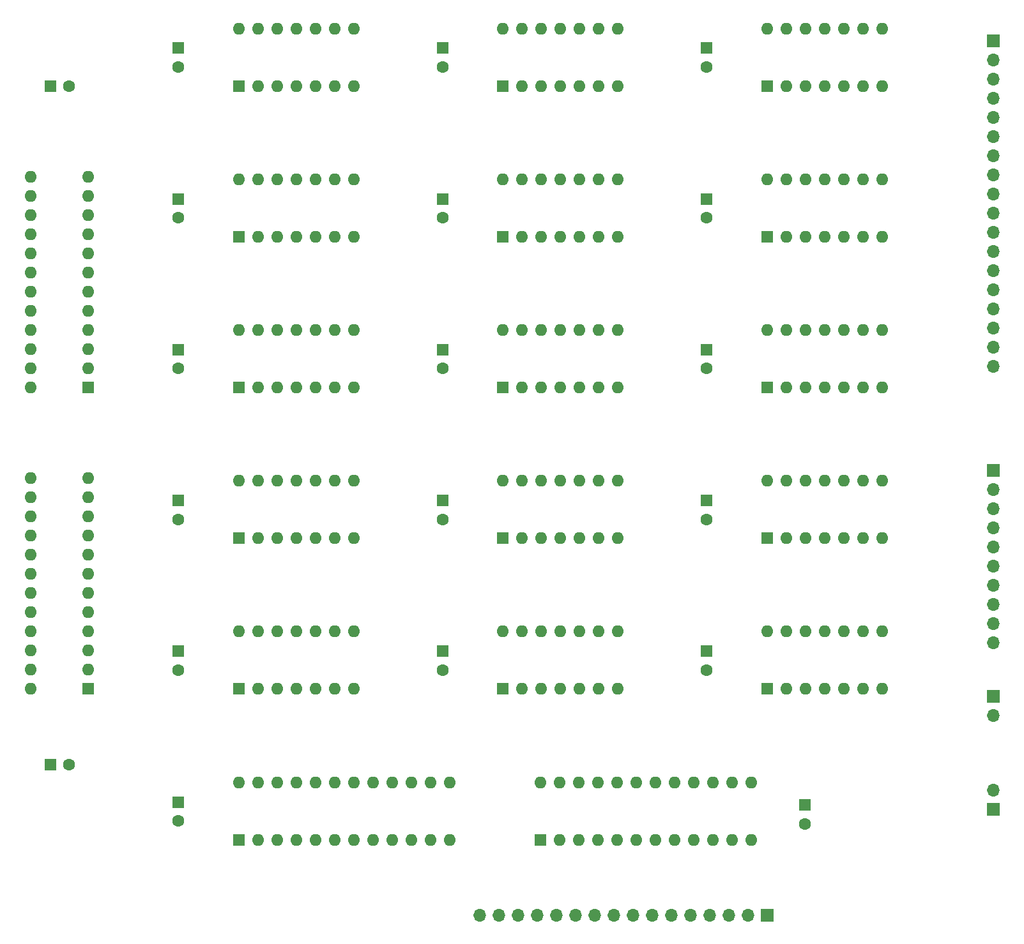
<source format=gbr>
G04 #@! TF.GenerationSoftware,KiCad,Pcbnew,8.0.8*
G04 #@! TF.CreationDate,2025-03-04T12:46:17-07:00*
G04 #@! TF.ProjectId,Decoder,4465636f-6465-4722-9e6b-696361645f70,0*
G04 #@! TF.SameCoordinates,Original*
G04 #@! TF.FileFunction,Soldermask,Bot*
G04 #@! TF.FilePolarity,Negative*
%FSLAX46Y46*%
G04 Gerber Fmt 4.6, Leading zero omitted, Abs format (unit mm)*
G04 Created by KiCad (PCBNEW 8.0.8) date 2025-03-04 12:46:17*
%MOMM*%
%LPD*%
G01*
G04 APERTURE LIST*
%ADD10R,1.600000X1.600000*%
%ADD11C,1.600000*%
%ADD12O,1.600000X1.600000*%
%ADD13R,1.700000X1.700000*%
%ADD14O,1.700000X1.700000*%
G04 APERTURE END LIST*
D10*
X57040000Y-45455000D03*
D11*
X57040000Y-47955000D03*
D10*
X135040000Y-130455000D03*
D12*
X137580000Y-130455000D03*
X140120000Y-130455000D03*
X142660000Y-130455000D03*
X145200000Y-130455000D03*
X147740000Y-130455000D03*
X150280000Y-130455000D03*
X150280000Y-122835000D03*
X147740000Y-122835000D03*
X145200000Y-122835000D03*
X142660000Y-122835000D03*
X140120000Y-122835000D03*
X137580000Y-122835000D03*
X135040000Y-122835000D03*
D10*
X135040000Y-70455000D03*
D12*
X137580000Y-70455000D03*
X140120000Y-70455000D03*
X142660000Y-70455000D03*
X145200000Y-70455000D03*
X147740000Y-70455000D03*
X150280000Y-70455000D03*
X150280000Y-62835000D03*
X147740000Y-62835000D03*
X145200000Y-62835000D03*
X142660000Y-62835000D03*
X140120000Y-62835000D03*
X137580000Y-62835000D03*
X135040000Y-62835000D03*
D10*
X40040000Y-140455000D03*
D11*
X42540000Y-140455000D03*
D10*
X57040000Y-105455000D03*
D11*
X57040000Y-107955000D03*
D10*
X65040000Y-130455000D03*
D12*
X67580000Y-130455000D03*
X70120000Y-130455000D03*
X72660000Y-130455000D03*
X75200000Y-130455000D03*
X77740000Y-130455000D03*
X80280000Y-130455000D03*
X80280000Y-122835000D03*
X77740000Y-122835000D03*
X75200000Y-122835000D03*
X72660000Y-122835000D03*
X70120000Y-122835000D03*
X67580000Y-122835000D03*
X65040000Y-122835000D03*
D13*
X165040000Y-146455000D03*
D14*
X165040000Y-143915000D03*
D10*
X92040000Y-125455000D03*
D11*
X92040000Y-127955000D03*
D10*
X57040000Y-85455000D03*
D11*
X57040000Y-87955000D03*
D10*
X135040000Y-110455000D03*
D12*
X137580000Y-110455000D03*
X140120000Y-110455000D03*
X142660000Y-110455000D03*
X145200000Y-110455000D03*
X147740000Y-110455000D03*
X150280000Y-110455000D03*
X150280000Y-102835000D03*
X147740000Y-102835000D03*
X145200000Y-102835000D03*
X142660000Y-102835000D03*
X140120000Y-102835000D03*
X137580000Y-102835000D03*
X135040000Y-102835000D03*
D10*
X105040000Y-150455000D03*
D12*
X107580000Y-150455000D03*
X110120000Y-150455000D03*
X112660000Y-150455000D03*
X115200000Y-150455000D03*
X117740000Y-150455000D03*
X120280000Y-150455000D03*
X122820000Y-150455000D03*
X125360000Y-150455000D03*
X127900000Y-150455000D03*
X130440000Y-150455000D03*
X132980000Y-150455000D03*
X132980000Y-142835000D03*
X130440000Y-142835000D03*
X127900000Y-142835000D03*
X125360000Y-142835000D03*
X122820000Y-142835000D03*
X120280000Y-142835000D03*
X117740000Y-142835000D03*
X115200000Y-142835000D03*
X112660000Y-142835000D03*
X110120000Y-142835000D03*
X107580000Y-142835000D03*
X105040000Y-142835000D03*
D10*
X100040000Y-90455000D03*
D12*
X102580000Y-90455000D03*
X105120000Y-90455000D03*
X107660000Y-90455000D03*
X110200000Y-90455000D03*
X112740000Y-90455000D03*
X115280000Y-90455000D03*
X115280000Y-82835000D03*
X112740000Y-82835000D03*
X110200000Y-82835000D03*
X107660000Y-82835000D03*
X105120000Y-82835000D03*
X102580000Y-82835000D03*
X100040000Y-82835000D03*
D10*
X65040000Y-110455000D03*
D12*
X67580000Y-110455000D03*
X70120000Y-110455000D03*
X72660000Y-110455000D03*
X75200000Y-110455000D03*
X77740000Y-110455000D03*
X80280000Y-110455000D03*
X80280000Y-102835000D03*
X77740000Y-102835000D03*
X75200000Y-102835000D03*
X72660000Y-102835000D03*
X70120000Y-102835000D03*
X67580000Y-102835000D03*
X65040000Y-102835000D03*
D10*
X127040000Y-125455000D03*
D11*
X127040000Y-127955000D03*
D10*
X65040000Y-70455000D03*
D12*
X67580000Y-70455000D03*
X70120000Y-70455000D03*
X72660000Y-70455000D03*
X75200000Y-70455000D03*
X77740000Y-70455000D03*
X80280000Y-70455000D03*
X80280000Y-62835000D03*
X77740000Y-62835000D03*
X75200000Y-62835000D03*
X72660000Y-62835000D03*
X70120000Y-62835000D03*
X67580000Y-62835000D03*
X65040000Y-62835000D03*
D10*
X127040000Y-85455000D03*
D11*
X127040000Y-87955000D03*
D10*
X127040000Y-105455000D03*
D11*
X127040000Y-107955000D03*
D10*
X100040000Y-70455000D03*
D12*
X102580000Y-70455000D03*
X105120000Y-70455000D03*
X107660000Y-70455000D03*
X110200000Y-70455000D03*
X112740000Y-70455000D03*
X115280000Y-70455000D03*
X115280000Y-62835000D03*
X112740000Y-62835000D03*
X110200000Y-62835000D03*
X107660000Y-62835000D03*
X105120000Y-62835000D03*
X102580000Y-62835000D03*
X100040000Y-62835000D03*
D10*
X57040000Y-145455000D03*
D11*
X57040000Y-147955000D03*
D10*
X92040000Y-65455000D03*
D11*
X92040000Y-67955000D03*
D10*
X92040000Y-85455000D03*
D11*
X92040000Y-87955000D03*
D10*
X57040000Y-65455000D03*
D11*
X57040000Y-67955000D03*
D10*
X100040000Y-130455000D03*
D12*
X102580000Y-130455000D03*
X105120000Y-130455000D03*
X107660000Y-130455000D03*
X110200000Y-130455000D03*
X112740000Y-130455000D03*
X115280000Y-130455000D03*
X115280000Y-122835000D03*
X112740000Y-122835000D03*
X110200000Y-122835000D03*
X107660000Y-122835000D03*
X105120000Y-122835000D03*
X102580000Y-122835000D03*
X100040000Y-122835000D03*
D10*
X135040000Y-90455000D03*
D12*
X137580000Y-90455000D03*
X140120000Y-90455000D03*
X142660000Y-90455000D03*
X145200000Y-90455000D03*
X147740000Y-90455000D03*
X150280000Y-90455000D03*
X150280000Y-82835000D03*
X147740000Y-82835000D03*
X145200000Y-82835000D03*
X142660000Y-82835000D03*
X140120000Y-82835000D03*
X137580000Y-82835000D03*
X135040000Y-82835000D03*
D13*
X135040000Y-160455000D03*
D14*
X132500000Y-160455000D03*
X129960000Y-160455000D03*
X127420000Y-160455000D03*
X124880000Y-160455000D03*
X122340000Y-160455000D03*
X119800000Y-160455000D03*
X117260000Y-160455000D03*
X114720000Y-160455000D03*
X112180000Y-160455000D03*
X109640000Y-160455000D03*
X107100000Y-160455000D03*
X104560000Y-160455000D03*
X102020000Y-160455000D03*
X99480000Y-160455000D03*
X96940000Y-160455000D03*
D10*
X140065000Y-145849900D03*
D11*
X140065000Y-148349900D03*
D10*
X40040000Y-50455000D03*
D11*
X42540000Y-50455000D03*
D13*
X165040000Y-44455000D03*
D14*
X165040000Y-46995000D03*
X165040000Y-49535000D03*
X165040000Y-52075000D03*
X165040000Y-54615000D03*
X165040000Y-57155000D03*
X165040000Y-59695000D03*
X165040000Y-62235000D03*
X165040000Y-64775000D03*
X165040000Y-67315000D03*
X165040000Y-69855000D03*
X165040000Y-72395000D03*
X165040000Y-74935000D03*
X165040000Y-77475000D03*
X165040000Y-80015000D03*
X165040000Y-82555000D03*
X165040000Y-85095000D03*
X165040000Y-87635000D03*
D10*
X92040000Y-105455000D03*
D11*
X92040000Y-107955000D03*
D10*
X127040000Y-45455000D03*
D11*
X127040000Y-47955000D03*
D10*
X57040000Y-125455000D03*
D11*
X57040000Y-127955000D03*
D10*
X100040000Y-50455000D03*
D12*
X102580000Y-50455000D03*
X105120000Y-50455000D03*
X107660000Y-50455000D03*
X110200000Y-50455000D03*
X112740000Y-50455000D03*
X115280000Y-50455000D03*
X115280000Y-42835000D03*
X112740000Y-42835000D03*
X110200000Y-42835000D03*
X107660000Y-42835000D03*
X105120000Y-42835000D03*
X102580000Y-42835000D03*
X100040000Y-42835000D03*
D10*
X45040000Y-90455000D03*
D12*
X45040000Y-87915000D03*
X45040000Y-85375000D03*
X45040000Y-82835000D03*
X45040000Y-80295000D03*
X45040000Y-77755000D03*
X45040000Y-75215000D03*
X45040000Y-72675000D03*
X45040000Y-70135000D03*
X45040000Y-67595000D03*
X45040000Y-65055000D03*
X45040000Y-62515000D03*
X37420000Y-62515000D03*
X37420000Y-65055000D03*
X37420000Y-67595000D03*
X37420000Y-70135000D03*
X37420000Y-72675000D03*
X37420000Y-75215000D03*
X37420000Y-77755000D03*
X37420000Y-80295000D03*
X37420000Y-82835000D03*
X37420000Y-85375000D03*
X37420000Y-87915000D03*
X37420000Y-90455000D03*
D10*
X65040000Y-150455000D03*
D12*
X67580000Y-150455000D03*
X70120000Y-150455000D03*
X72660000Y-150455000D03*
X75200000Y-150455000D03*
X77740000Y-150455000D03*
X80280000Y-150455000D03*
X82820000Y-150455000D03*
X85360000Y-150455000D03*
X87900000Y-150455000D03*
X90440000Y-150455000D03*
X92980000Y-150455000D03*
X92980000Y-142835000D03*
X90440000Y-142835000D03*
X87900000Y-142835000D03*
X85360000Y-142835000D03*
X82820000Y-142835000D03*
X80280000Y-142835000D03*
X77740000Y-142835000D03*
X75200000Y-142835000D03*
X72660000Y-142835000D03*
X70120000Y-142835000D03*
X67580000Y-142835000D03*
X65040000Y-142835000D03*
D10*
X65040000Y-50455000D03*
D12*
X67580000Y-50455000D03*
X70120000Y-50455000D03*
X72660000Y-50455000D03*
X75200000Y-50455000D03*
X77740000Y-50455000D03*
X80280000Y-50455000D03*
X80280000Y-42835000D03*
X77740000Y-42835000D03*
X75200000Y-42835000D03*
X72660000Y-42835000D03*
X70120000Y-42835000D03*
X67580000Y-42835000D03*
X65040000Y-42835000D03*
D10*
X100040000Y-110455000D03*
D12*
X102580000Y-110455000D03*
X105120000Y-110455000D03*
X107660000Y-110455000D03*
X110200000Y-110455000D03*
X112740000Y-110455000D03*
X115280000Y-110455000D03*
X115280000Y-102835000D03*
X112740000Y-102835000D03*
X110200000Y-102835000D03*
X107660000Y-102835000D03*
X105120000Y-102835000D03*
X102580000Y-102835000D03*
X100040000Y-102835000D03*
D10*
X92040000Y-45455000D03*
D11*
X92040000Y-47955000D03*
D13*
X165040000Y-131455000D03*
D14*
X165040000Y-133995000D03*
D10*
X65040000Y-90455000D03*
D12*
X67580000Y-90455000D03*
X70120000Y-90455000D03*
X72660000Y-90455000D03*
X75200000Y-90455000D03*
X77740000Y-90455000D03*
X80280000Y-90455000D03*
X80280000Y-82835000D03*
X77740000Y-82835000D03*
X75200000Y-82835000D03*
X72660000Y-82835000D03*
X70120000Y-82835000D03*
X67580000Y-82835000D03*
X65040000Y-82835000D03*
D10*
X135040000Y-50455000D03*
D12*
X137580000Y-50455000D03*
X140120000Y-50455000D03*
X142660000Y-50455000D03*
X145200000Y-50455000D03*
X147740000Y-50455000D03*
X150280000Y-50455000D03*
X150280000Y-42835000D03*
X147740000Y-42835000D03*
X145200000Y-42835000D03*
X142660000Y-42835000D03*
X140120000Y-42835000D03*
X137580000Y-42835000D03*
X135040000Y-42835000D03*
D13*
X165040000Y-101455000D03*
D14*
X165040000Y-103995000D03*
X165040000Y-106535000D03*
X165040000Y-109075000D03*
X165040000Y-111615000D03*
X165040000Y-114155000D03*
X165040000Y-116695000D03*
X165040000Y-119235000D03*
X165040000Y-121775000D03*
X165040000Y-124315000D03*
D10*
X45040000Y-130455000D03*
D12*
X45040000Y-127915000D03*
X45040000Y-125375000D03*
X45040000Y-122835000D03*
X45040000Y-120295000D03*
X45040000Y-117755000D03*
X45040000Y-115215000D03*
X45040000Y-112675000D03*
X45040000Y-110135000D03*
X45040000Y-107595000D03*
X45040000Y-105055000D03*
X45040000Y-102515000D03*
X37420000Y-102515000D03*
X37420000Y-105055000D03*
X37420000Y-107595000D03*
X37420000Y-110135000D03*
X37420000Y-112675000D03*
X37420000Y-115215000D03*
X37420000Y-117755000D03*
X37420000Y-120295000D03*
X37420000Y-122835000D03*
X37420000Y-125375000D03*
X37420000Y-127915000D03*
X37420000Y-130455000D03*
D10*
X127040000Y-65455000D03*
D11*
X127040000Y-67955000D03*
M02*

</source>
